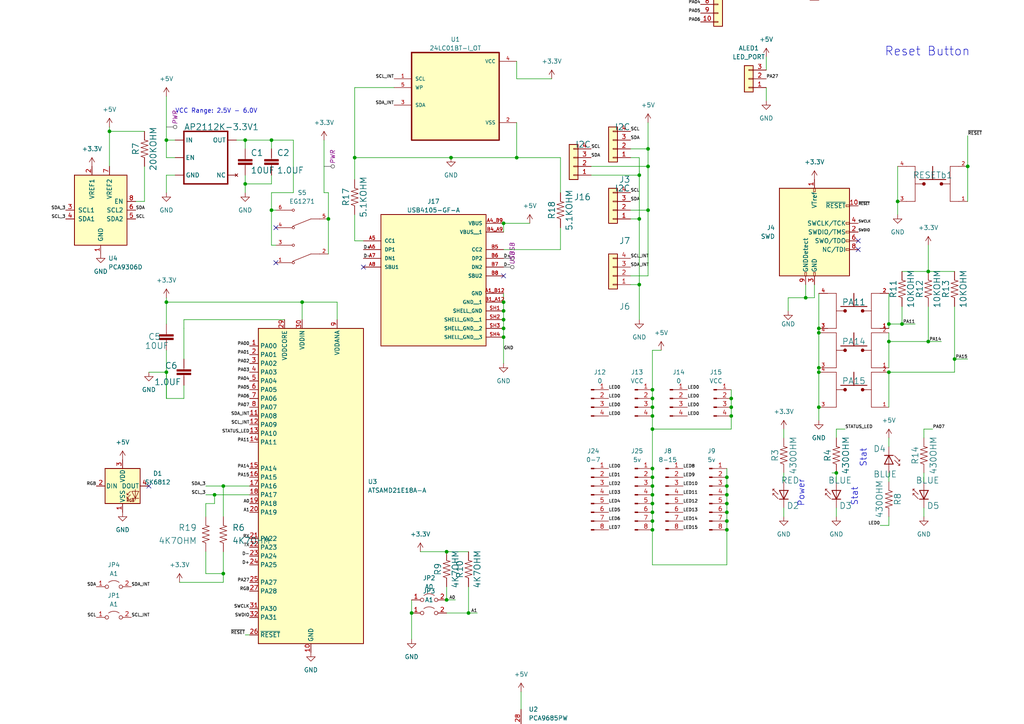
<source format=kicad_sch>
(kicad_sch (version 20230121) (generator eeschema)
  (paper "A4")
  (lib_symbols
    (symbol "24LC01BT-I_OT:24LC01BT-I_OT" (pin_names (offset 1.016))
      (property "Reference" "U" (at -12.7 13.6906 0))
      (property "Value" "24LC01BT-I_OT" (at -12.7 -16.6878 0))
      (symbol "24LC01BT-I_OT_0_0"
        (pin input line (at -17.78 5.08 0) (length 5.08) (name "SCL") (number "1"))
        (pin power_in line (at 17.78 -7.62 180) (length 5.08) (name "VSS") (number "2"))
        (pin bidirectional line (at -17.78 -2.54 0) (length 5.08) (name "SDA") (number "3"))
        (pin power_in line (at 17.78 10.16 180) (length 5.08) (name "VCC") (number "4"))
        (pin input line (at -17.78 2.54 0) (length 5.08) (name "WP") (number "5"))
      )
    )
    (symbol "Connector:Conn_01x04_Pin" (pin_names (offset 1.016) hide)
      (property "Reference" "J" (at 0 5.08 0))
      (property "Value" "Conn_01x04_Pin" (at 0 -7.62 0))
      (symbol "Conn_01x04_Pin_1_1"
        (pin passive line (at 5.08 2.54 180) (length 3.81) (name "Pin_1") (number "1"))
        (pin passive line (at 5.08 0 180) (length 3.81) (name "Pin_2") (number "2"))
        (pin passive line (at 5.08 -2.54 180) (length 3.81) (name "Pin_3") (number "3"))
        (pin passive line (at 5.08 -5.08 180) (length 3.81) (name "Pin_4") (number "4"))
      )
    )
    (symbol "Connector:Conn_01x08_Pin" (pin_names (offset 1.016) hide)
      (property "Reference" "J" (at 0 10.16 0))
      (property "Value" "Conn_01x08_Pin" (at 0 -12.7 0))
      (symbol "Conn_01x08_Pin_1_1"
        (pin passive line (at 5.08 7.62 180) (length 3.81) (name "Pin_1") (number "1"))
        (pin passive line (at 5.08 5.08 180) (length 3.81) (name "Pin_2") (number "2"))
        (pin passive line (at 5.08 2.54 180) (length 3.81) (name "Pin_3") (number "3"))
        (pin passive line (at 5.08 0 180) (length 3.81) (name "Pin_4") (number "4"))
        (pin passive line (at 5.08 -2.54 180) (length 3.81) (name "Pin_5") (number "5"))
        (pin passive line (at 5.08 -5.08 180) (length 3.81) (name "Pin_6") (number "6"))
        (pin passive line (at 5.08 -7.62 180) (length 3.81) (name "Pin_7") (number "7"))
        (pin passive line (at 5.08 -10.16 180) (length 3.81) (name "Pin_8") (number "8"))
      )
    )
    (symbol "Connector:Conn_ARM_JTAG_SWD_10" (pin_names (offset 1.016))
      (property "Reference" "J" (at -2.54 16.51 0))
      (property "Value" "Conn_ARM_JTAG_SWD_10" (at -2.54 13.97 0))
      (symbol "Conn_ARM_JTAG_SWD_10_1_1"
        (pin power_in line (at 0 15.24 270) (length 2.54) (name "VTref") (number "1"))
        (pin open_collector line (at 12.7 7.62 180) (length 2.54) (name "~{RESET}") (number "10"))
        (pin bidirectional line (at 12.7 0 180) (length 2.54) (name "SWDIO/TMS") (number "2"))
        (pin power_in line (at 0 -15.24 90) (length 2.54) (name "GND") (number "3"))
        (pin output line (at 12.7 2.54 180) (length 2.54) (name "SWCLK/TCK") (number "4"))
        (pin passive line (at 0 -15.24 90) (length 2.54) hide (name "GND") (number "5"))
        (pin input line (at 12.7 -2.54 180) (length 2.54) (name "SWO/TDO") (number "6"))
        (pin no_connect line (at -10.16 0 0) (length 2.54) hide (name "KEY") (number "7"))
        (pin output line (at 12.7 -5.08 180) (length 2.54) (name "NC/TDI") (number "8"))
        (pin passive line (at -2.54 -15.24 90) (length 2.54) (name "GNDDetect") (number "9"))
      )
    )
    (symbol "Connector_Generic:Conn_01x03" (pin_names (offset 1.016) hide)
      (property "Reference" "J" (at 0 5.08 0))
      (property "Value" "Conn_01x03" (at 0 -5.08 0))
      (symbol "Conn_01x03_1_1"
        (pin passive line (at -5.08 2.54 0) (length 3.81) (name "Pin_1") (number "1"))
        (pin passive line (at -5.08 0 0) (length 3.81) (name "Pin_2") (number "2"))
        (pin passive line (at -5.08 -2.54 0) (length 3.81) (name "Pin_3") (number "3"))
      )
    )
    (symbol "Connector_Generic:Conn_01x04" (pin_names (offset 1.016) hide)
      (property "Reference" "J" (at 0 5.08 0))
      (property "Value" "Conn_01x04" (at 0 -7.62 0))
      (symbol "Conn_01x04_1_1"
        (pin passive line (at -5.08 2.54 0) (length 3.81) (name "Pin_1") (number "1"))
        (pin passive line (at -5.08 0 0) (length 3.81) (name "Pin_2") (number "2"))
        (pin passive line (at -5.08 -2.54 0) (length 3.81) (name "Pin_3") (number "3"))
        (pin passive line (at -5.08 -5.08 0) (length 3.81) (name "Pin_4") (number "4"))
      )
    )
    (symbol "Connector_Generic:Conn_01x10" (pin_names (offset 1.016) hide)
      (property "Reference" "J" (at 0 12.7 0))
      (property "Value" "Conn_01x10" (at 0 -15.24 0))
      (symbol "Conn_01x10_1_1"
        (pin passive line (at -5.08 10.16 0) (length 3.81) (name "Pin_1") (number "1"))
        (pin passive line (at -5.08 -12.7 0) (length 3.81) (name "Pin_10") (number "10"))
        (pin passive line (at -5.08 7.62 0) (length 3.81) (name "Pin_2") (number "2"))
        (pin passive line (at -5.08 5.08 0) (length 3.81) (name "Pin_3") (number "3"))
        (pin passive line (at -5.08 2.54 0) (length 3.81) (name "Pin_4") (number "4"))
        (pin passive line (at -5.08 0 0) (length 3.81) (name "Pin_5") (number "5"))
        (pin passive line (at -5.08 -2.54 0) (length 3.81) (name "Pin_6") (number "6"))
        (pin passive line (at -5.08 -5.08 0) (length 3.81) (name "Pin_7") (number "7"))
        (pin passive line (at -5.08 -7.62 0) (length 3.81) (name "Pin_8") (number "8"))
        (pin passive line (at -5.08 -10.16 0) (length 3.81) (name "Pin_9") (number "9"))
      )
    )
    (symbol "Driver_LED:PCA9685PW"
      (property "Reference" "U" (at -12.7 22.225 0))
      (property "Value" "PCA9685PW" (at 1.27 22.225 0))
      (symbol "PCA9685PW_1_1"
        (pin input line (at -17.78 -5.08 0) (length 5.08) (name "A0") (number "1"))
        (pin output line (at 17.78 7.62 180) (length 5.08) (name "LED4") (number "10"))
        (pin output line (at 17.78 5.08 180) (length 5.08) (name "LED5") (number "11"))
        (pin output line (at 17.78 2.54 180) (length 5.08) (name "LED6") (number "12"))
        (pin output line (at 17.78 0 180) (length 5.08) (name "LED7") (number "13"))
        (pin power_in line (at 0 -27.94 90) (length 5.08) (name "VSS") (number "14"))
        (pin output line (at 17.78 -2.54 180) (length 5.08) (name "LED8") (number "15"))
        (pin output line (at 17.78 -5.08 180) (length 5.08) (name "LED9") (number "16"))
        (pin output line (at 17.78 -7.62 180) (length 5.08) (name "LED10") (number "17"))
        (pin output line (at 17.78 -10.16 180) (length 5.08) (name "LED11") (number "18"))
        (pin output line (at 17.78 -12.7 180) (length 5.08) (name "LED12") (number "19"))
        (pin input line (at -17.78 -7.62 0) (length 5.08) (name "A1") (number "2"))
        (pin output line (at 17.78 -15.24 180) (length 5.08) (name "LED13") (number "20"))
        (pin output line (at 17.78 -17.78 180) (length 5.08) (name "LED14") (number "21"))
        (pin output line (at 17.78 -20.32 180) (length 5.08) (name "LED15") (number "22"))
        (pin input line (at -17.78 10.16 0) (length 5.08) (name "~{OE}") (number "23"))
        (pin input line (at -17.78 -17.78 0) (length 5.08) (name "A5") (number "24"))
        (pin input line (at -17.78 12.7 0) (length 5.08) (name "EXTCLK") (number "25"))
        (pin input line (at -17.78 17.78 0) (length 5.08) (name "SCL") (number "26"))
        (pin bidirectional line (at -17.78 15.24 0) (length 5.08) (name "SDA") (number "27"))
        (pin power_in line (at 0 25.4 270) (length 5.08) (name "VDD") (number "28"))
        (pin input line (at -17.78 -10.16 0) (length 5.08) (name "A2") (number "3"))
        (pin input line (at -17.78 -12.7 0) (length 5.08) (name "A3") (number "4"))
        (pin input line (at -17.78 -15.24 0) (length 5.08) (name "A4") (number "5"))
        (pin output line (at 17.78 17.78 180) (length 5.08) (name "LED0") (number "6"))
        (pin output line (at 17.78 15.24 180) (length 5.08) (name "LED1") (number "7"))
        (pin output line (at 17.78 12.7 180) (length 5.08) (name "LED2") (number "8"))
        (pin output line (at 17.78 10.16 180) (length 5.08) (name "LED3") (number "9"))
      )
    )
    (symbol "EG1271:EG1271" (pin_names (offset 1.016) hide)
      (property "Reference" "S" (at -2.54 10.16 0))
      (property "Value" "EG1271" (at -2.54 -10.16 0))
      (symbol "EG1271_0_0"
        (pin passive line (at 7.62 7.62 180) (length 2.54) (name "~") (number "1"))
        (pin passive line (at -7.62 5.08 0) (length 2.54) (name "~") (number "2"))
        (pin passive line (at 7.62 2.54 180) (length 2.54) (name "~") (number "3"))
        (pin passive line (at 7.62 -2.54 180) (length 2.54) (name "~") (number "4"))
        (pin passive line (at -7.62 -5.08 0) (length 2.54) (name "~") (number "5"))
        (pin passive line (at 7.62 -7.62 180) (length 2.54) (name "~") (number "6"))
      )
    )
    (symbol "Interface:PCA9306D" (pin_names (offset 1.016))
      (property "Reference" "U" (at -7.62 11.43 0))
      (property "Value" "PCA9306D" (at 3.81 11.43 0))
      (symbol "PCA9306D_1_1"
        (pin power_in line (at 0 -12.7 90) (length 2.54) (name "GND") (number "1"))
        (pin power_in line (at -2.54 12.7 270) (length 2.54) (name "VREF1") (number "2"))
        (pin bidirectional line (at -10.16 0 0) (length 2.54) (name "SCL1") (number "3"))
        (pin bidirectional line (at -10.16 -2.54 0) (length 2.54) (name "SDA1") (number "4"))
        (pin bidirectional line (at 10.16 -2.54 180) (length 2.54) (name "SDA2") (number "5"))
        (pin bidirectional line (at 10.16 0 180) (length 2.54) (name "SCL2") (number "6"))
        (pin power_in line (at 2.54 12.7 270) (length 2.54) (name "VREF2") (number "7"))
        (pin input line (at 10.16 2.54 180) (length 2.54) (name "EN") (number "8"))
      )
    )
    (symbol "Jumper:Jumper_2_Open" (pin_names (offset 0) hide)
      (property "Reference" "JP" (at 0 2.794 0))
      (property "Value" "Jumper_2_Open" (at 0 -2.286 0))
      (symbol "Jumper_2_Open_1_1"
        (pin passive line (at -5.08 0 0) (length 2.54) (name "A") (number "1"))
        (pin passive line (at 5.08 0 180) (length 2.54) (name "B") (number "2"))
      )
    )
    (symbol "LED:LD271" (pin_numbers hide) (pin_names (offset 1.016) hide)
      (property "Reference" "D" (at 0.508 1.778 0))
      (property "Value" "LD271" (at -1.016 -2.794 0))
      (symbol "LD271_1_1"
        (pin passive line (at -5.08 0 0) (length 2.54) (name "K") (number "1"))
        (pin passive line (at 2.54 0 180) (length 2.54) (name "A") (number "2"))
      )
    )
    (symbol "LED:SK6812" (pin_names (offset 0.254))
      (property "Reference" "D" (at 5.08 5.715 0))
      (property "Value" "SK6812" (at 1.27 -5.715 0))
      (symbol "SK6812_0_0"
        (text "RGB" (at 2.286 -4.191 0) (effects (font (size 0.762 0.762))))
      )
      (symbol "SK6812_1_1"
        (pin power_in line (at 0 -7.62 90) (length 2.54) (name "VSS") (number "1"))
        (pin input line (at -7.62 0 0) (length 2.54) (name "DIN") (number "2"))
        (pin power_in line (at 0 7.62 270) (length 2.54) (name "VDD") (number "3"))
        (pin output line (at 7.62 0 180) (length 2.54) (name "DOUT") (number "4"))
      )
    )
    (symbol "MCU_Microchip_SAMD:ATSAMD21E18A-A"
      (property "Reference" "U" (at -13.97 46.99 0))
      (property "Value" "ATSAMD21E18A-A" (at 16.51 46.99 0))
      (symbol "ATSAMD21E18A-A_1_1"
        (pin bidirectional line (at -17.78 40.64 0) (length 2.54) (name "PA00") (number "1"))
        (pin power_in line (at 0 -48.26 90) (length 2.54) (name "GND") (number "10"))
        (pin bidirectional line (at -17.78 20.32 0) (length 2.54) (name "PA08") (number "11"))
        (pin bidirectional line (at -17.78 17.78 0) (length 2.54) (name "PA09") (number "12"))
        (pin bidirectional line (at -17.78 15.24 0) (length 2.54) (name "PA10") (number "13"))
        (pin bidirectional line (at -17.78 12.7 0) (length 2.54) (name "PA11") (number "14"))
        (pin bidirectional line (at -17.78 5.08 0) (length 2.54) (name "PA14") (number "15"))
        (pin bidirectional line (at -17.78 2.54 0) (length 2.54) (name "PA15") (number "16"))
        (pin bidirectional line (at -17.78 0 0) (length 2.54) (name "PA16") (number "17"))
        (pin bidirectional line (at -17.78 -2.54 0) (length 2.54) (name "PA17") (number "18"))
        (pin bidirectional line (at -17.78 -5.08 0) (length 2.54) (name "PA18") (number "19"))
        (pin bidirectional line (at -17.78 38.1 0) (length 2.54) (name "PA01") (number "2"))
        (pin bidirectional line (at -17.78 -7.62 0) (length 2.54) (name "PA19") (number "20"))
        (pin bidirectional line (at -17.78 -15.24 0) (length 2.54) (name "PA22") (number "21"))
        (pin bidirectional line (at -17.78 -17.78 0) (length 2.54) (name "PA23") (number "22"))
        (pin bidirectional line (at -17.78 -20.32 0) (length 2.54) (name "PA24") (number "23"))
        (pin bidirectional line (at -17.78 -22.86 0) (length 2.54) (name "PA25") (number "24"))
        (pin bidirectional line (at -17.78 -27.94 0) (length 2.54) (name "PA27") (number "25"))
        (pin input line (at -17.78 -43.18 0) (length 2.54) (name "~{RESET}") (number "26"))
        (pin bidirectional line (at -17.78 -30.48 0) (length 2.54) (name "PA28") (number "27"))
        (pin passive line (at 0 -48.26 90) (length 2.54) hide (name "GND") (number "28"))
        (pin power_out line (at -7.62 48.26 270) (length 2.54) (name "VDDCORE") (number "29"))
        (pin bidirectional line (at -17.78 35.56 0) (length 2.54) (name "PA02") (number "3"))
        (pin power_in line (at -2.54 48.26 270) (length 2.54) (name "VDDIN") (number "30"))
        (pin bidirectional line (at -17.78 -35.56 0) (length 2.54) (name "PA30") (number "31"))
        (pin bidirectional line (at -17.78 -38.1 0) (length 2.54) (name "PA31") (number "32"))
        (pin bidirectional line (at -17.78 33.02 0) (length 2.54) (name "PA03") (number "4"))
        (pin bidirectional line (at -17.78 30.48 0) (length 2.54) (name "PA04") (number "5"))
        (pin bidirectional line (at -17.78 27.94 0) (length 2.54) (name "PA05") (number "6"))
        (pin bidirectional line (at -17.78 25.4 0) (length 2.54) (name "PA06") (number "7"))
        (pin bidirectional line (at -17.78 22.86 0) (length 2.54) (name "PA07") (number "8"))
        (pin power_in line (at 7.62 48.26 270) (length 2.54) (name "VDDANA") (number "9"))
      )
    )
    (symbol "SparkFun_Qwiic_Micro_SAMD21E-eagle-import:1.0UF-0402-16V-10%"
      (property "Reference" "C" (at 1.524 2.921 0))
      (symbol "1.0UF-0402-16V-10%_1_0"
        (pin passive line (at 0 5.08 270) (length 2.54) (name "1") (number "1"))
        (pin passive line (at 0 -2.54 90) (length 2.54) (name "2") (number "2"))
      )
    )
    (symbol "SparkFun_Qwiic_Micro_SAMD21E-eagle-import:10KOHM-0402-1/16W-1%"
      (property "Reference" "R" (at 0 1.524 0))
      (symbol "10KOHM-0402-1/16W-1%_1_0"
        (pin passive line (at -5.08 0 0) (length 2.54) (name "1") (number "1"))
        (pin passive line (at 5.08 0 180) (length 2.54) (name "2") (number "2"))
      )
    )
    (symbol "SparkFun_Qwiic_Micro_SAMD21E-eagle-import:10UF-0603-6.3V-20%"
      (property "Reference" "C" (at 1.524 2.921 0))
      (symbol "10UF-0603-6.3V-20%_1_0"
        (pin passive line (at 0 5.08 270) (length 2.54) (name "1") (number "1"))
        (pin passive line (at 0 -2.54 90) (length 2.54) (name "2") (number "2"))
      )
    )
    (symbol "SparkFun_Qwiic_Micro_SAMD21E-eagle-import:1KOHM-0402-1/16W-1%"
      (property "Reference" "R" (at 0 1.524 0))
      (symbol "1KOHM-0402-1/16W-1%_1_0"
        (pin passive line (at -5.08 0 0) (length 2.54) (name "1") (number "1"))
        (pin passive line (at 5.08 0 180) (length 2.54) (name "2") (number "2"))
      )
    )
    (symbol "SparkFun_Qwiic_Micro_SAMD21E-eagle-import:V_REG_AP2112K-3.3V"
      (property "Reference" "U" (at -7.62 7.874 0))
      (symbol "V_REG_AP2112K-3.3V_1_0"
        (pin input line (at -10.16 5.08 0) (length 2.54) (name "IN") (number "1"))
        (pin input line (at -10.16 -5.08 0) (length 2.54) (name "GND") (number "2"))
        (pin input line (at -10.16 0 0) (length 2.54) (name "EN") (number "3"))
        (pin no_connect line (at 7.62 -5.08 180) (length 2.54) (name "NC") (number "4"))
        (pin passive line (at 7.62 5.08 180) (length 2.54) (name "OUT") (number "5"))
      )
    )
    (symbol "TL3305AF160QG:TL3305AF160QG" (pin_names (offset 1.016) hide)
      (property "Reference" "S" (at -5.08 8.89 0))
      (property "Value" "TL3305AF160QG" (at -5.08 -7.62 0))
      (symbol "TL3305AF160QG_0_0"
        (pin passive line (at 10.16 -5.08 180) (length 2.54) (name "~") (number "1"))
        (pin passive line (at 10.16 5.08 180) (length 2.54) (name "~") (number "2"))
        (pin passive line (at -10.16 -5.08 0) (length 2.54) (name "~") (number "3"))
        (pin passive line (at -10.16 5.08 0) (length 2.54) (name "~") (number "4"))
      )
    )
    (symbol "USB4105-GF-A:USB4105-GF-A" (pin_names (offset 1.016))
      (property "Reference" "J" (at -15.24 13.97 0))
      (property "Value" "USB4105-GF-A" (at -15.24 -27.94 0))
      (symbol "USB4105-GF-A_0_0"
        (pin power_in line (at 20.32 -10.16 180) (length 5.08) (name "GND") (number "A1_B12"))
        (pin power_in line (at 20.32 10.16 180) (length 5.08) (name "VBUS") (number "A4_B9"))
        (pin bidirectional line (at -20.32 5.08 0) (length 5.08) (name "CC1") (number "A5"))
        (pin bidirectional line (at -20.32 2.54 0) (length 5.08) (name "DP1") (number "A6"))
        (pin bidirectional line (at -20.32 0 0) (length 5.08) (name "DN1") (number "A7"))
        (pin bidirectional line (at -20.32 -2.54 0) (length 5.08) (name "SBU1") (number "A8"))
        (pin power_in line (at 20.32 -12.7 180) (length 5.08) (name "GND__1") (number "B1_A12"))
        (pin power_in line (at 20.32 7.62 180) (length 5.08) (name "VBUS__1") (number "B4_A9"))
        (pin bidirectional line (at 20.32 2.54 180) (length 5.08) (name "CC2") (number "B5"))
        (pin bidirectional line (at 20.32 0 180) (length 5.08) (name "DP2") (number "B6"))
        (pin bidirectional line (at 20.32 -2.54 180) (length 5.08) (name "DN2") (number "B7"))
        (pin bidirectional line (at 20.32 -5.08 180) (length 5.08) (name "SBU2") (number "B8"))
        (pin power_in line (at 20.32 -15.24 180) (length 5.08) (name "SHELL_GND") (number "SH1"))
        (pin power_in line (at 20.32 -17.78 180) (length 5.08) (name "SHELL_GND__1") (number "SH2"))
        (pin power_in line (at 20.32 -20.32 180) (length 5.08) (name "SHELL_GND__2") (number "SH3"))
        (pin power_in line (at 20.32 -22.86 180) (length 5.08) (name "SHELL_GND__3") (number "SH4"))
      )
    )
    (symbol "power:+3.3V" (power) (pin_names (offset 0))
      (property "Value" "+3.3V" (at 0 3.556 0))
      (symbol "+3.3V_1_1"
        (pin power_in line (at 0 0 90) (length 0) hide (name "+3.3V") (number "1"))
      )
    )
    (symbol "power:+5V" (power) (pin_names (offset 0))
      (property "Value" "+5V" (at 0 3.556 0))
      (symbol "+5V_1_1"
        (pin power_in line (at 0 0 90) (length 0) hide (name "+5V") (number "1"))
      )
    )
    (symbol "power:GND" (power) (pin_names (offset 0))
      (property "Value" "GND" (at 0 -3.81 0))
      (symbol "GND_1_1"
        (pin power_in line (at 0 0 270) (length 0) hide (name "GND") (number "1"))
      )
    )
  )
  (junction (at 135.89 177.8))
  (junction (at 146.05 87.63))
  (junction (at 151.13 259.08))
  (junction (at 189.23 124.46))
  (junction (at 185.42 82.55))
  (junction (at 146.05 64.77))
  (junction (at 133.35 238.76))
  (junction (at 133.35 241.3))
  (junction (at 133.35 220.98))
  (junction (at 257.81 93.98))
  (junction (at 237.49 107.95))
  (junction (at 189.23 118.11))
  (junction (at 146.05 92.71))
  (junction (at 146.05 90.17))
  (junction (at 78.74 40.64))
  (junction (at 210.82 151.13))
  (junction (at 146.05 95.25))
  (junction (at 237.49 118.11))
  (junction (at 102.87 45.72))
  (junction (at 212.09 118.11))
  (junction (at 133.35 236.22))
  (junction (at 257.81 99.06))
  (junction (at 133.35 246.38))
  (junction (at 48.26 87.63))
  (junction (at 189.23 113.03))
  (junction (at 187.96 43.18))
  (junction (at 261.62 93.98))
  (junction (at 210.82 143.51))
  (junction (at 189.23 143.51))
  (junction (at 260.35 58.42))
  (junction (at 71.12 40.64))
  (junction (at 242.57 137.16))
  (junction (at 129.54 173.99))
  (junction (at 189.23 146.05))
  (junction (at 62.23 143.51))
  (junction (at 64.77 140.97))
  (junction (at 210.82 146.05))
  (junction (at 185.42 50.8))
  (junction (at 189.23 115.57))
  (junction (at 95.25 63.5))
  (junction (at 48.26 107.95))
  (junction (at 121.92 240.03))
  (junction (at 237.49 96.52))
  (junction (at 210.82 140.97))
  (junction (at 210.82 138.43))
  (junction (at 48.26 40.64))
  (junction (at 189.23 140.97))
  (junction (at 71.12 53.34))
  (junction (at 87.63 87.63))
  (junction (at 233.68 86.36))
  (junction (at 257.81 107.95))
  (junction (at 189.23 148.59))
  (junction (at 187.96 48.26))
  (junction (at 31.75 38.1))
  (junction (at 130.81 45.72))
  (junction (at 237.49 106.68))
  (junction (at 146.05 97.79))
  (junction (at 129.54 160.02))
  (junction (at 189.23 135.89))
  (junction (at 212.09 120.65))
  (junction (at 189.23 153.67))
  (junction (at 185.42 63.5))
  (junction (at 269.24 99.06))
  (junction (at 210.82 153.67))
  (junction (at 210.82 148.59))
  (junction (at 78.74 60.96))
  (junction (at 133.35 243.84))
  (junction (at 237.49 95.25))
  (junction (at 64.77 166.37))
  (junction (at 276.86 104.14))
  (junction (at 189.23 120.65))
  (junction (at 149.86 45.72))
  (junction (at 189.23 138.43))
  (junction (at 187.96 60.96))
  (junction (at 212.09 115.57))
  (junction (at 119.38 177.8))
  (junction (at 133.35 248.92))
  (junction (at 280.67 48.26))
  (junction (at 269.24 78.74))
  (junction (at 189.23 151.13))
  (no_connect (at 80.01 76.2))
  (no_connect (at 248.92 72.39))
  (no_connect (at 80.01 66.04))
  (no_connect (at 43.18 140.97))
  (no_connect (at 105.41 77.47))
  (no_connect (at 248.92 69.85))
  (no_connect (at 146.05 80.01))
  (wire (pts (xy 189.23 120.65) (xy 189.23 124.46)))
  (wire (pts (xy 149.86 35.56) (xy 149.86 45.72)))
  (wire (pts (xy 50.8 45.72) (xy 48.26 45.72)) (stroke (width 0.1524)))
  (wire (pts (xy 95.25 55.88) (xy 95.25 63.5)))
  (wire (pts (xy 62.23 143.51) (xy 72.39 143.51)))
  (wire (pts (xy 64.77 140.97) (xy 72.39 140.97)))
  (wire (pts (xy 182.88 60.96) (xy 187.96 60.96)) (stroke (width 0.1524)))
  (wire (pts (xy 212.09 118.11) (xy 212.09 120.65)))
  (wire (pts (xy 267.97 124.46) (xy 270.51 124.46)) (stroke (width 0.1524)))
  (wire (pts (xy 187.96 60.96) (xy 187.96 48.26)) (stroke (width 0.1524)))
  (wire (pts (xy 109.22 242.57) (xy 121.92 242.57)))
  (wire (pts (xy 59.69 143.51) (xy 62.23 143.51)))
  (wire (pts (xy 210.82 146.05) (xy 210.82 148.59)))
  (wire (pts (xy 257.81 129.54) (xy 257.81 127)) (stroke (width 0.1524)))
  (wire (pts (xy 78.74 60.96) (xy 80.01 60.96)))
  (wire (pts (xy 227.33 137.16) (xy 227.33 139.7)) (stroke (width 0.1524)))
  (wire (pts (xy 50.8 50.8) (xy 48.26 50.8)) (stroke (width 0.1524)))
  (wire (pts (xy 102.87 52.07) (xy 102.87 45.72)))
  (wire (pts (xy 129.54 170.18) (xy 129.54 173.99)))
  (wire (pts (xy 217.17 -11.43) (xy 217.17 -6.35)))
  (wire (pts (xy 68.58 40.64) (xy 71.12 40.64)) (stroke (width 0.1524)))
  (wire (pts (xy 242.57 127) (xy 242.57 124.46)) (stroke (width 0.1524)))
  (wire (pts (xy 233.68 82.55) (xy 233.68 86.36)))
  (wire (pts (xy 64.77 168.91) (xy 64.77 166.37)))
  (wire (pts (xy 102.87 69.85) (xy 105.41 69.85)))
  (wire (pts (xy 82.55 92.71) (xy 53.34 92.71)))
  (wire (pts (xy 269.24 78.74) (xy 276.86 78.74)))
  (wire (pts (xy 146.05 85.09) (xy 146.05 87.63)))
  (wire (pts (xy 185.42 50.8) (xy 185.42 63.5)) (stroke (width 0.1524)))
  (wire (pts (xy 227.33 147.32) (xy 227.33 149.86)) (stroke (width 0.1524)))
  (wire (pts (xy 62.23 146.05) (xy 62.23 143.51)))
  (wire (pts (xy 78.74 55.88) (xy 78.74 60.96)) (stroke (width 0.1524)))
  (wire (pts (xy 146.05 64.77) (xy 153.67 64.77)))
  (wire (pts (xy 59.69 160.02) (xy 59.69 166.37)))
  (wire (pts (xy 257.81 85.09) (xy 257.81 93.98)))
  (wire (pts (xy 53.34 115.57) (xy 48.26 115.57)) (stroke (width 0.1524)))
  (wire (pts (xy 41.91 48.26) (xy 41.91 58.42)))
  (wire (pts (xy 233.68 86.36) (xy 236.22 86.36)))
  (wire (pts (xy 78.74 40.64) (xy 85.09 40.64)) (stroke (width 0.1524)))
  (wire (pts (xy 133.35 215.9) (xy 121.92 215.9)))
  (wire (pts (xy 210.82 153.67) (xy 210.82 163.83)))
  (wire (pts (xy 102.87 25.4) (xy 102.87 45.72)))
  (wire (pts (xy 189.23 115.57) (xy 189.23 118.11)))
  (wire (pts (xy 162.56 45.72) (xy 162.56 55.88)))
  (wire (pts (xy 210.82 151.13) (xy 210.82 153.67)))
  (wire (pts (xy 93.98 40.64) (xy 93.98 55.88)))
  (wire (pts (xy 212.09 113.03) (xy 212.09 115.57)))
  (wire (pts (xy 171.45 48.26) (xy 187.96 48.26)))
  (wire (pts (xy 187.96 80.01) (xy 187.96 60.96)))
  (wire (pts (xy 135.89 177.8) (xy 129.54 177.8)))
  (wire (pts (xy 182.88 43.18) (xy 187.96 43.18)) (stroke (width 0.1524)))
  (wire (pts (xy 102.87 45.72) (xy 130.81 45.72)))
  (wire (pts (xy 257.81 137.16) (xy 257.81 139.7)) (stroke (width 0.1524)))
  (wire (pts (xy 151.13 200.66) (xy 151.13 205.74)))
  (wire (pts (xy 182.88 63.5) (xy 185.42 63.5)) (stroke (width 0.1524)))
  (wire (pts (xy 116.84 233.68) (xy 116.84 240.03)))
  (wire (pts (xy 133.35 236.22) (xy 133.35 238.76)))
  (wire (pts (xy 80.01 71.12) (xy 78.74 71.12)))
  (wire (pts (xy 222.25 25.4) (xy 222.25 29.21)))
  (wire (pts (xy 189.23 118.11) (xy 189.23 120.65)))
  (wire (pts (xy 210.82 143.51) (xy 210.82 146.05)))
  (wire (pts (xy 133.35 241.3) (xy 133.35 243.84)))
  (wire (pts (xy 78.74 71.12) (xy 78.74 60.96)))
  (wire (pts (xy 260.35 58.42) (xy 260.35 62.23)) (stroke (width 0.1524)))
  (wire (pts (xy 257.81 107.95) (xy 257.81 118.11)))
  (wire (pts (xy 196.85 -13.97) (xy 203.2 -13.97)))
  (wire (pts (xy 133.35 238.76) (xy 133.35 241.3)))
  (wire (pts (xy 48.26 107.95) (xy 48.26 115.57)))
  (wire (pts (xy 257.81 152.4) (xy 255.27 152.4)) (stroke (width 0.1524)))
  (wire (pts (xy 133.35 213.36) (xy 116.84 213.36)))
  (wire (pts (xy 210.82 135.89) (xy 210.82 138.43)))
  (wire (pts (xy 242.57 147.32) (xy 242.57 149.86)) (stroke (width 0.1524)))
  (wire (pts (xy 280.67 39.37) (xy 280.67 48.26)) (stroke (width 0.1524)))
  (wire (pts (xy 185.42 63.5) (xy 185.42 82.55)) (stroke (width 0.1524)))
  (wire (pts (xy 182.88 45.72) (xy 185.42 45.72)) (stroke (width 0.1524)))
  (wire (pts (xy 146.05 90.17) (xy 146.05 92.71)))
  (wire (pts (xy 185.42 50.8) (xy 185.42 49.53)))
  (wire (pts (xy 267.97 139.7) (xy 267.97 137.16)) (stroke (width 0.1524)))
  (wire (pts (xy 200.66 -30.48) (xy 200.66 -16.51)))
  (wire (pts (xy 257.81 149.86) (xy 257.81 152.4)) (stroke (width 0.1524)))
  (wire (pts (xy 102.87 62.23) (xy 102.87 69.85)))
  (wire (pts (xy 189.23 138.43) (xy 189.23 140.97)))
  (wire (pts (xy 185.42 45.72) (xy 185.42 50.8)) (stroke (width 0.1524)))
  (wire (pts (xy 280.67 48.26) (xy 280.67 58.42)) (stroke (width 0.1524)))
  (wire (pts (xy 121.92 160.02) (xy 129.54 160.02)))
  (wire (pts (xy 182.88 80.01) (xy 187.96 80.01)))
  (wire (pts (xy 59.69 140.97) (xy 64.77 140.97)))
  (wire (pts (xy 146.05 87.63) (xy 146.05 90.17)))
  (wire (pts (xy 210.82 138.43) (xy 210.82 140.97)))
  (wire (pts (xy 189.23 143.51) (xy 189.23 146.05)))
  (wire (pts (xy 242.57 124.46) (xy 245.11 124.46)) (stroke (width 0.1524)))
  (wire (pts (xy 237.49 107.95) (xy 237.49 118.11)))
  (wire (pts (xy 237.49 106.68) (xy 237.49 107.95)))
  (wire (pts (xy 237.49 85.09) (xy 237.49 95.25)))
  (wire (pts (xy 146.05 92.71) (xy 146.05 95.25)))
  (wire (pts (xy 31.75 38.1) (xy 31.75 48.26)))
  (wire (pts (xy 196.85 -13.97) (xy 196.85 -16.51)))
  (wire (pts (xy 119.38 173.99) (xy 119.38 177.8)))
  (wire (pts (xy 78.74 53.34) (xy 71.12 53.34)) (stroke (width 0.1524)))
  (wire (pts (xy 59.69 149.86) (xy 59.69 146.05)))
  (wire (pts (xy 133.35 256.54) (xy 151.13 256.54)))
  (wire (pts (xy 189.23 163.83) (xy 210.82 163.83)))
  (wire (pts (xy 191.77 -11.43) (xy 203.2 -11.43)))
  (wire (pts (xy 48.26 86.36) (xy 48.26 87.63)) (stroke (width 0.1524)))
  (wire (pts (xy 121.92 242.57) (xy 121.92 240.03)))
  (wire (pts (xy 189.23 113.03) (xy 189.23 115.57)))
  (wire (pts (xy 72.39 184.15) (xy 71.12 184.15)))
  (wire (pts (xy 146.05 64.77) (xy 146.05 67.31)))
  (wire (pts (xy 50.8 40.64) (xy 48.26 40.64)) (stroke (width 0.1524)))
  (wire (pts (xy 189.23 140.97) (xy 189.23 143.51)))
  (wire (pts (xy 236.22 82.55) (xy 236.22 86.36)))
  (wire (pts (xy 191.77 101.6) (xy 189.23 101.6)))
  (wire (pts (xy 185.42 82.55) (xy 185.42 92.71)) (stroke (width 0.1524)))
  (wire (pts (xy 71.12 53.34) (xy 71.12 55.88)) (stroke (width 0.1524)))
  (wire (pts (xy 53.34 111.76) (xy 53.34 115.57)) (stroke (width 0.1524)))
  (wire (pts (xy 64.77 160.02) (xy 64.77 166.37)))
  (wire (pts (xy 189.23 148.59) (xy 189.23 151.13)))
  (wire (pts (xy 217.17 -6.35) (xy 231.14 -6.35)))
  (wire (pts (xy 237.49 95.25) (xy 237.49 96.52)))
  (wire (pts (xy 228.6 86.36) (xy 228.6 90.17)))
  (wire (pts (xy 119.38 177.8) (xy 119.38 185.42)))
  (wire (pts (xy 189.23 101.6) (xy 189.23 113.03)))
  (wire (pts (xy 48.26 45.72) (xy 48.26 40.64)) (stroke (width 0.1524)))
  (wire (pts (xy 257.81 96.52) (xy 257.81 99.06)))
  (wire (pts (xy 257.81 99.06) (xy 257.81 106.68)))
  (wire (pts (xy 189.23 135.89) (xy 189.23 138.43)))
  (wire (pts (xy 242.57 139.7) (xy 242.57 137.16)) (stroke (width 0.1524)))
  (wire (pts (xy 78.74 50.8) (xy 78.74 53.34)) (stroke (width 0.1524)))
  (wire (pts (xy 48.26 107.95) (xy 48.26 115.57)) (stroke (width 0.1524)))
  (wire (pts (xy 189.23 124.46) (xy 189.23 135.89)))
  (wire (pts (xy 31.75 38.1) (xy 41.91 38.1)))
  (wire (pts (xy 48.26 107.95) (xy 48.26 101.6)) (stroke (width 0.1524)))
  (wire (pts (xy 261.62 88.9) (xy 261.62 93.98)))
  (wire (pts (xy 129.54 160.02) (xy 135.89 160.02)))
  (wire (pts (xy 269.24 71.12) (xy 269.24 78.74)))
  (wire (pts (xy 121.92 233.68) (xy 121.92 240.03)))
  (wire (pts (xy 212.09 124.46) (xy 189.23 124.46)))
  (wire (pts (xy 204.47 -30.48) (xy 200.66 -30.48)))
  (wire (pts (xy 52.07 168.91) (xy 64.77 168.91)))
  (wire (pts (xy 212.09 120.65) (xy 212.09 124.46)))
  (wire (pts (xy 146.05 72.39) (xy 162.56 72.39)))
  (wire (pts (xy 135.89 170.18) (xy 135.89 177.8)))
  (wire (pts (xy 257.81 93.98) (xy 261.62 93.98)))
  (wire (pts (xy 242.57 137.16) (xy 241.3 137.16)) (stroke (width 0.1524)))
  (wire (pts (xy 48.26 50.8) (xy 48.26 55.88)) (stroke (width 0.1524)))
  (wire (pts (xy 130.81 45.72) (xy 149.86 45.72)))
  (wire (pts (xy 85.09 55.88) (xy 78.74 55.88)) (stroke (width 0.1524)))
  (wire (pts (xy 133.35 248.92) (xy 133.35 256.54)))
  (wire (pts (xy 129.54 173.99) (xy 132.08 173.99)))
  (wire (pts (xy 231.14 -15.24) (xy 231.14 -8.89)))
  (wire (pts (xy 85.09 40.64) (xy 85.09 55.88)) (stroke (width 0.1524)))
  (wire (pts (xy 267.97 147.32) (xy 267.97 149.86)) (stroke (width 0.1524)))
  (wire (pts (xy 133.35 246.38) (xy 133.35 248.92)))
  (wire (pts (xy 276.86 107.95) (xy 257.81 107.95)))
  (wire (pts (xy 261.62 78.74) (xy 269.24 78.74)))
  (wire (pts (xy 276.86 104.14) (xy 280.67 104.14)))
  (wire (pts (xy 135.89 177.8) (xy 138.43 177.8)))
  (wire (pts (xy 78.74 40.64) (xy 78.74 43.18)) (stroke (width 0.1524)))
  (wire (pts (xy 210.82 140.97) (xy 210.82 143.51)))
  (wire (pts (xy 133.35 218.44) (xy 133.35 220.98)))
  (wire (pts (xy 257.81 99.06) (xy 269.24 99.06)))
  (wire (pts (xy 133.35 220.98) (xy 133.35 236.22)))
  (wire (pts (xy 95.25 63.5) (xy 95.25 73.66)))
  (wire (pts (xy 151.13 256.54) (xy 151.13 259.08)))
  (wire (pts (xy 59.69 146.05) (xy 62.23 146.05)))
  (wire (pts (xy 53.34 95.25) (xy 53.34 104.14)) (stroke (width 0.1524)))
  (wire (pts (xy 210.82 148.59) (xy 210.82 151.13)))
  (wire (pts (xy 267.97 127) (xy 267.97 124.46)) (stroke (width 0.1524)))
  (wire (pts (xy 149.86 22.86) (xy 160.02 22.86)))
  (wire (pts (xy 146.05 97.79) (xy 146.05 105.41)))
  (wire (pts (xy 189.23 153.67) (xy 189.23 163.83)))
  (wire (pts (xy 228.6 86.36) (xy 233.68 86.36)))
  (wire (pts (xy 48.26 87.63) (xy 87.63 87.63)))
  (wire (pts (xy 41.91 58.42) (xy 39.37 58.42)))
  (wire (pts (xy 87.63 87.63) (xy 87.63 92.71)))
  (wire (pts (xy 204.47 -30.48) (xy 204.47 -26.67)))
  (wire (pts (xy 191.77 -11.43) (xy 191.77 -13.97)))
  (wire (pts (xy 93.98 55.88) (xy 95.25 55.88)))
  (wire (pts (xy 114.3 25.4) (xy 102.87 25.4)))
  (wire (pts (xy 189.23 151.13) (xy 189.23 153.67)))
  (wire (pts (xy 276.86 104.14) (xy 276.86 88.9)))
  (wire (pts (xy 187.96 43.18) (xy 187.96 35.56)) (stroke (width 0.1524)))
  (wire (pts (xy 276.86 104.14) (xy 276.86 107.95)))
  (wire (pts (xy 71.12 40.64) (xy 78.74 40.64)) (stroke (width 0.1524)))
  (wire (pts (xy 31.75 36.83) (xy 31.75 38.1)))
  (wire (pts (xy 269.24 88.9) (xy 269.24 99.06)))
  (wire (pts (xy 269.24 99.06) (xy 273.05 99.06)))
  (wire (pts (xy 43.18 107.95) (xy 48.26 107.95)))
  (wire (pts (xy 53.34 92.71) (xy 53.34 95.25)))
  (wire (pts (xy 171.45 50.8) (xy 185.42 50.8)))
  (wire (pts (xy 227.33 124.46) (xy 227.33 127)) (stroke (width 0.1524)))
  (wire (pts (xy 133.35 243.84) (xy 133.35 246.38)))
  (wire (pts (xy 48.26 87.63) (xy 48.26 93.98)) (stroke (width 0.1524)))
  (wire (pts (xy 182.88 82.55) (xy 185.42 82.55)))
  (wire (pts (xy 237.49 118.11) (xy 237.49 121.92)))
  (wire (pts (xy 48.26 40.64) (xy 48.26 27.94)) (stroke (width 0.1524)))
  (wire (pts (xy 97.79 87.63) (xy 97.79 92.71)))
  (wire (pts (xy 162.56 72.39) (xy 162.56 66.04)))
  (wire (pts (xy 71.12 50.8) (xy 71.12 53.34)) (stroke (width 0.1524)))
  (wire (pts (xy 189.23 146.05) (xy 189.23 148.59)))
  (wire (pts (xy 116.84 213.36) (xy 116.84 223.52)))
  (wire (pts (xy 237.49 96.52) (xy 237.49 106.68)))
  (wire (pts (xy 121.92 215.9) (xy 121.92 223.52)))
  (wire (pts (xy 257.81 93.98) (xy 257.81 95.25)))
  (wire (pts (xy 200.66 -16.51) (xy 203.2 -16.51)))
  (wire (pts (xy 149.86 17.78) (xy 149.86 22.86)))
  (wire (pts (xy 187.96 48.26) (xy 187.96 43.18)) (stroke (width 0.1524)))
  (wire (pts (xy 260.35 48.26) (xy 260.35 58.42)) (stroke (width 0.1524)))
  (wire (pts (xy 212.09 115.57) (xy 212.09 118.11)))
  (wire (pts (xy 64.77 140.97) (xy 64.77 149.86)))
  (wire (pts (xy 261.62 93.98) (xy 265.43 93.98)))
  (wire (pts (xy 71.12 43.18) (xy 71.12 40.64)) (stroke (width 0.1524)))
  (wire (pts (xy 149.86 45.72) (xy 162.56 45.72)))
  (wire (pts (xy 146.05 95.25) (xy 146.05 97.79)))
  (wire (pts (xy 222.25 16.51) (xy 222.25 20.32)))
  (wire (pts (xy 226.06 -15.24) (xy 231.14 -15.24)))
  (wire (pts (xy 116.84 240.03) (xy 121.92 240.03)))
  (wire (pts (xy 87.63 87.63) (xy 97.79 87.63)))
  (wire (pts (xy 59.69 166.37) (xy 64.77 166.37)))
  (text "Power" (at 233.426 147.066 90) (effects (font (size 1.778 1.778)) (justify left bottom)))
  (text "Stat" (at 251.46 130.048 90) (effects (font (size 1.778 1.778)) (justify right bottom)))
  (text "Stat" (at 248.92 146.812 90) (effects (font (size 1.778 1.778)) (justify left bottom)))
  (text "Reset Button" (at 256.54 16.51 0) (effects (font (size 2.54 2.54)) (justify left bottom)))
  (text "VCC Range: 2.5V - 6.0V" (at 50.8 33.02 0) (effects (font (size 1.27 1.27)) (justify left bottom)))
  (label "LED11" (at 168.91 241.3 0) (effects (font (size 0.889 0.889))))
  (label "SWCLK" (at 248.92 64.77 0) (effects (font (size 0.7112 0.7112))))
  (label "SCL_INT" (at 133.35 213.36 180) (effects (font (size 0.889 0.889))))
  (label "LED12" (at 168.91 243.84 0) (effects (font (size 0.889 0.889))))
  (label "A1" (at 72.39 148.59 180) (effects (font (size 0.889 0.889))))
  (label "LED6" (at 168.91 228.6 0) (effects (font (size 0.889 0.889))))
  (label "LED2" (at 168.91 218.44 0) (effects (font (size 0.889 0.889))))
  (label "PA06" (at 72.39 115.57 180) (effects (font (size 0.889 0.889))))
  (label "LED8" (at 198.12 135.89 0) (effects (font (size 0.889 0.889))))
  (label "RX" (at 231.14 -3.81 180) (effects (font (size 0.889 0.889))))
  (label "SDA_INT" (at 182.88 77.47 0) (effects (font (size 0.889 0.889))))
  (label "~{RESET}" (at 71.12 184.15 180) (effects (font (size 0.889 0.889))))
  (label "PA04" (at 72.39 110.49 180) (effects (font (size 0.889 0.889))))
  (label "~{RESET}" (at 248.92 59.69 0) (effects (font (size 0.7112 0.7112))))
  (label "LED0" (at 255.27 152.4 180) (effects (font (size 0.889 0.889))))
  (label "GND" (at 146.05 101.6 0) (effects (font (size 0.889 0.889))))
  (label "D+" (at 105.41 72.39 0) (effects (font (size 0.889 0.889))))
  (label "SDA_INT" (at 114.3 30.48 180) (effects (font (size 0.889 0.889))))
  (label "SCL" (at 39.37 63.5 0) (effects (font (size 0.889 0.889))))
  (label "LED10" (at 198.12 140.97 0) (effects (font (size 0.889 0.889))))
  (label "A0" (at 132.08 173.99 180) (effects (font (size 0.889 0.889))))
  (label "PA05" (at 203.2 3.81 180) (effects (font (size 0.889 0.889))))
  (label "PA27" (at 222.25 22.86 0) (effects (font (size 0.889 0.889))))
  (label "SDA" (at 171.45 45.72 0) (effects (font (size 0.889 0.889))))
  (label "RGB" (at 72.39 171.45 180) (effects (font (size 0.889 0.889))))
  (label "PA11" (at 265.43 93.98 180) (effects (font (size 0.889 0.889))))
  (label "PA27" (at 72.39 168.91 180) (effects (font (size 0.889 0.889))))
  (label "LED2" (at 176.53 140.97 0) (effects (font (size 0.889 0.889))))
  (label "LED13" (at 168.91 246.38 0) (effects (font (size 0.889 0.889))))
  (label "SCL_INT" (at 72.39 123.19 180) (effects (font (size 0.889 0.889))))
  (label "LED0" (at 168.91 213.36 0) (effects (font (size 0.889 0.889))))
  (label "LED3" (at 168.91 220.98 0) (effects (font (size 0.889 0.889))))
  (label "LED0" (at 176.53 118.11 0) (effects (font (size 0.889 0.889))))
  (label "SCL" (at 171.45 43.18 0) (effects (font (size 0.889 0.889))))
  (label "PA03" (at 203.2 -1.27 180) (effects (font (size 0.889 0.889))))
  (label "A1" (at 138.43 177.8 180) (effects (font (size 0.889 0.889))))
  (label "SDA" (at 39.37 60.96 0) (effects (font (size 0.889 0.889))))
  (label "LED0" (at 176.53 115.57 0) (effects (font (size 0.889 0.889))))
  (label "SCL_INT" (at 182.88 74.93 0) (effects (font (size 0.889 0.889))))
  (label "TX" (at 231.14 -1.27 180) (effects (font (size 0.889 0.889))))
  (label "LED11" (at 198.12 143.51 0) (effects (font (size 0.889 0.889))))
  (label "LED6" (at 176.53 151.13 0) (effects (font (size 0.889 0.889))))
  (label "SDA" (at 182.88 58.42 0) (effects (font (size 0.889 0.889))))
  (label "D+" (at 72.39 163.83 180) (effects (font (size 0.889 0.889))))
  (label "SDA_INT" (at 72.39 120.65 180) (effects (font (size 0.889 0.889))))
  (label "PA07" (at 72.39 118.11 180) (effects (font (size 0.889 0.889))))
  (label "LED13" (at 198.12 148.59 0) (effects (font (size 0.889 0.889))))
  (label "LED4" (at 176.53 146.05 0) (effects (font (size 0.889 0.889))))
  (label "PA11" (at 72.39 128.27 180) (effects (font (size 0.889 0.889))))
  (label "RX" (at 72.39 156.21 180) (effects (font (size 0.889 0.889))))
  (label "LED0" (at 176.53 113.03 0) (effects (font (size 0.889 0.889))))
  (label "RGB" (at 27.94 140.97 180) (effects (font (size 0.889 0.889))))
  (label "PA04" (at 203.2 1.27 180) (effects (font (size 0.889 0.889))))
  (label "PA03" (at 72.39 107.95 180) (effects (font (size 0.889 0.889))))
  (label "SDA_3" (at 59.69 140.97 180) (effects (font (size 0.889 0.889))))
  (label "~{RESET}" (at 280.67 39.37 0) (effects (font (size 0.889 0.889))))
  (label "LED10" (at 168.91 238.76 0) (effects (font (size 0.889 0.889))))
  (label "SCL_INT" (at 38.1 179.07 0) (effects (font (size 0.889 0.889))))
  (label "PA00" (at 203.2 -8.89 180) (effects (font (size 0.889 0.889))))
  (label "SCL_3" (at 59.69 143.51 180) (effects (font (size 0.889 0.889))))
  (label "LED0" (at 176.53 135.89 0) (effects (font (size 0.889 0.889))))
  (label "PA15" (at 72.39 138.43 180) (effects (font (size 0.889 0.889))))
  (label "PA01" (at 203.2 -6.35 180) (effects (font (size 0.889 0.889))))
  (label "PA00" (at 72.39 100.33 180) (effects (font (size 0.889 0.889))))
  (label "LED0" (at 199.39 120.65 0) (effects (font (size 0.889 0.889))))
  (label "PA02" (at 72.39 105.41 180) (effects (font (size 0.889 0.889))))
  (label "D-" (at 72.39 161.29 180) (effects (font (size 0.889 0.889))))
  (label "PA14" (at 273.05 99.06 180) (effects (font (size 0.889 0.889))))
  (label "LED8" (at 168.91 233.68 0) (effects (font (size 0.889 0.889))))
  (label "D-" (at 146.05 77.47 0) (effects (font (size 0.889 0.889))))
  (label "LED14" (at 198.12 151.13 0) (effects (font (size 0.889 0.889))))
  (label "SCL" (at 27.94 179.07 180) (effects (font (size 0.889 0.889))))
  (label "LED0" (at 199.39 118.11 0) (effects (font (size 0.889 0.889))))
  (label "LED7" (at 168.91 231.14 0) (effects (font (size 0.889 0.889))))
  (label "SDA_INT" (at 133.35 215.9 180) (effects (font (size 0.889 0.889))))
  (label "SCL_3" (at 19.05 63.5 180) (effects (font (size 0.889 0.889))))
  (label "SWCLK" (at 72.39 176.53 180) (effects (font (size 0.889 0.889))))
  (label "LED12" (at 198.12 146.05 0) (effects (font (size 0.889 0.889))))
  (label "LED7" (at 176.53 153.67 0) (effects (font (size 0.889 0.889))))
  (label "LED1" (at 176.53 138.43 0) (effects (font (size 0.889 0.889))))
  (label "SDA" (at 182.88 40.64 0) (effects (font (size 0.889 0.889))))
  (label "LED0" (at 199.39 115.57 0) (effects (font (size 0.889 0.889))))
  (label "STATUS_LED" (at 72.39 125.73 180) (effects (font (size 0.889 0.889))))
  (label "SDA_INT" (at 38.1 170.18 0) (effects (font (size 0.889 0.889))))
  (label "SDA_3" (at 19.05 60.96 180) (effects (font (size 0.889 0.889))))
  (label "PA14" (at 72.39 135.89 180) (effects (font (size 0.889 0.889))))
  (label "LED3" (at 176.53 143.51 0) (effects (font (size 0.889 0.889))))
  (label "LED0" (at 199.39 113.03 0) (effects (font (size 0.889 0.889))))
  (label "SCL" (at 182.88 38.1 0) (effects (font (size 0.889 0.889))))
  (label "LED15" (at 198.12 153.67 0) (effects (font (size 0.889 0.889))))
  (label "PA06" (at 203.2 6.35 180) (effects (font (size 0.889 0.889))))
  (label "D-" (at 105.41 74.93 0) (effects (font (size 0.889 0.889))))
  (label "LED14" (at 168.91 248.92 0) (effects (font (size 0.889 0.889))))
  (label "LED0" (at 176.53 120.65 0) (effects (font (size 0.889 0.889))))
  (label "LED1" (at 168.91 215.9 0) (effects (font (size 0.889 0.889))))
  (label "SCL" (at 182.88 55.88 0) (effects (font (size 0.889 0.889))))
  (label "LED4" (at 168.91 223.52 0) (effects (font (size 0.889 0.889))))
  (label "LED9" (at 168.91 236.22 0) (effects (font (size 0.889 0.889))))
  (label "PA15" (at 280.67 104.14 180) (effects (font (size 0.889 0.889))))
  (label "PA05" (at 72.39 113.03 180) (effects (font (size 0.889 0.889))))
  (label "TX" (at 72.39 158.75 180) (effects (font (size 0.889 0.889))))
  (label "SWDIO" (at 72.39 179.07 180) (effects (font (size 0.889 0.889))))
  (label "D+" (at 146.05 74.93 0) (effects (font (size 0.889 0.889))))
  (label "PA02" (at 203.2 -3.81 180) (effects (font (size 0.889 0.889))))
  (label "LED9" (at 198.12 138.43 0) (effects (font (size 0.889 0.889))))
  (label "LED5" (at 176.53 148.59 0) (effects (font (size 0.889 0.889))))
  (label "A0" (at 72.39 146.05 180) (effects (font (size 0.889 0.889))))
  (label "STATUS_LED" (at 245.11 124.46 0) (effects (font (size 0.889 0.889))))
  (label "SDA" (at 27.94 170.18 180) (effects (font (size 0.889 0.889))))
  (label "PA01" (at 72.39 102.87 180) (effects (font (size 0.889 0.889))))
  (label "PA07" (at 270.51 124.46 0) (effects (font (size 0.889 0.889))))
  (label "SWDIO" (at 248.92 67.31 0) (effects (font (size 0.7112 0.7112))))
  (label "LED5" (at 168.91 226.06 0) (effects (font (size 0.889 0.889))))
  (label "SCL_INT" (at 114.3 22.86 180) (effects (font (size 0.889 0.889))))
  (label "LED15" (at 168.91 251.46 0) (effects (font (size 0.889 0.889))))
  (netclass_flag "" (length 2.54) (shape round) (at 48.26 36.83 270) (property "Netclass" "PWR" (at 50.8 36.1315 90) (effects (font italic) (justify left))))
  (netclass_flag "" (length 2.54) (shape round) (at 146.05 74.93 270) (property "Netclass" "USB" (at 148.59 74.2315 90) (effects (font italic) (justify left))))
  (netclass_flag "" (length 2.54) (shape round) (at 93.98 48.26 270) (property "Netclass" "PWR" (at 96.52 47.5615 90) (effects (font italic) (justify left))))
  (netclass_flag "" (length 2.54) (shape round) (at 146.05 77.47 270) (property "Netclass" "USB" (at 148.59 76.7715 90) (effects (font italic) (justify left))))
  (symbol (lib_id "power:+5V") (at 35.56 133.35 0) (unit 1)
    (property "Reference" "#PWR03" (effects hide))
    (property "Value" "+5V" (at 35.56 128.27 0))
  )
  (symbol (lib_id "TL3305AF160QG:TL3305AF160QG") (at 247.65 90.17 0) (unit 1)
    (property "Reference" "PA11" (at 247.65 88.646 0) (effects (font (size 1.778 1.778)) (justify bottom)))
    (property "Value" "MOMENTARY-SWITCH-SPST-SMD-4.6X2.8MM" (effects hide))
    (property "Footprint" "SnapEDA Library:SW_TL3305AF160QG" (effects hide))
    (property "PARTREV" "C" (effects hide))
    (property "SNAPEDA_PN" "TL3305AF160QG" (effects hide))
    (property "MANUFACTURER" "E-Switch" (effects hide))
    (property "MAXIMUM_PACKAGE_HEIGHT" "3.8 mm" (effects hide))
    (property "STANDARD" "Manufacturer Recommendations" (effects hide))
  )
  (symbol (lib_id "power:+5V") (at 222.25 16.51 0) (unit 1)
    (property "Reference" "#PWR027" (effects hide))
    (property "Value" "+5V" (at 222.25 11.43 0))
  )
  (symbol (lib_id "power:GND") (at 35.56 148.59 0) (unit 1)
    (property "Reference" "#PWR020" (effects hide))
    (property "Value" "GND" (at 35.56 153.67 0))
  )
  (symbol (lib_id "power:+5V") (at 109.22 242.57 0) (unit 1)
    (property "Reference" "#PWR023" (effects hide))
    (property "Value" "+5V" (at 109.22 237.49 0))
  )
  (symbol (lib_id "SparkFun_Qwiic_Micro_SAMD21E-eagle-import:10KOHM-0402-1/16W-1%") (at 41.91 43.18 90) (unit 1)
    (property "Reference" "R7" (at 40.386 43.18 0) (effects (font (size 1.778 1.778)) (justify bottom)))
    (property "Value" "200KOHM" (at 43.434 43.18 0) (effects (font (size 1.778 1.778)) (justify top)))
    (property "Footprint" "Resistor_SMD:R_1206_3216Metric_Pad1.30x1.75mm_HandSolder" (effects hide))
  )
  (symbol (lib_id "power:+3.3V") (at 160.02 22.86 0) (unit 1)
    (property "Reference" "#PWR07" (effects hide))
    (property "Value" "+3.3V" (at 160.02 17.78 0))
  )
  (symbol (lib_id "power:+3.3V") (at 269.24 71.12 0) (unit 1)
    (property "Reference" "#PWR036" (effects hide))
    (property "Value" "+3.3V" (at 269.24 66.04 0))
  )
  (symbol (lib_id "SparkFun_Qwiic_Micro_SAMD21E-eagle-import:10KOHM-0402-1/16W-1%") (at 59.69 154.94 90) (unit 1)
    (property "Reference" "R19" (at 57.15 153.035 90) (effects (font (size 1.778 1.778)) (justify left)))
    (property "Value" "4K7OHM" (at 57.15 156.845 90) (effects (font (size 1.778 1.778)) (justify left)))
    (property "Footprint" "Resistor_SMD:R_1206_3216Metric_Pad1.30x1.75mm_HandSolder" (effects hide))
  )
  (symbol (lib_id "TL3305AF160QG:TL3305AF160QG") (at 247.65 101.6 0) (unit 1)
    (property "Reference" "PA14" (at 247.65 100.076 0) (effects (font (size 1.778 1.778)) (justify bottom)))
    (property "Value" "MOMENTARY-SWITCH-SPST-SMD-4.6X2.8MM" (effects hide))
    (property "Footprint" "SnapEDA Library:SW_TL3305AF160QG" (effects hide))
    (property "PARTREV" "C" (effects hide))
    (property "SNAPEDA_PN" "TL3305AF160QG" (effects hide))
    (property "MANUFACTURER" "E-Switch" (effects hide))
    (property "MAXIMUM_PACKAGE_HEIGHT" "3.8 mm" (effects hide))
    (property "STANDARD" "Manufacturer Recommendations" (effects hide))
  )
  (symbol (lib_id "power:+5V") (at 31.75 36.83 0) (unit 1)
    (property "Reference" "#PWR042" (effects hide))
    (property "Value" "+5V" (at 31.75 31.75 0))
  )
  (symbol (lib_id "Connector:Conn_01x04_Pin") (at 194.31 115.57 0) (unit 1)
    (property "Reference" "J14" (at 196.85 107.95 0))
    (property "Value" "0" (at 196.85 110.49 0))
    (property "Footprint" "Connector_PinHeader_2.54mm:PinHeader_1x04_P2.54mm_Vertical" (effects hide))
  )
  (symbol (lib_id "Connector_Generic:Conn_01x04") (at 236.22 -6.35 0) (unit 1)
    (property "Reference" "J11" (at 231.14 -19.558 0) (effects (font (size 1.778 1.778)) (justify left bottom)))
    (property "Value" "C0" (effects hide))
    (property "Footprint" "Connector_PinHeader_2.54mm:PinHeader_1x04_P2.54mm_Vertical" (effects hide))
  )
  (symbol (lib_id "SparkFun_Qwiic_Micro_SAMD21E-eagle-import:10UF-0603-6.3V-20%") (at 48.26 99.06 0) (unit 1)
    (property "Reference" "C5" (at 42.926 98.679 0) (effects (font (size 1.778 1.778)) (justify left bottom)))
    (property "Value" "10UF" (at 41.9464 101.2952 0) (effects (font (size 1.778 1.778)) (justify left bottom)))
    (property "Footprint" "Capacitor_SMD:C_1206_3216Metric_Pad1.33x1.80mm_HandSolder" (effects hide))
  )
  (symbol (lib_id "Connector:Conn_01x04_Pin") (at 171.45 115.57 0) (unit 1)
    (property "Reference" "J12" (at 173.99 107.95 0))
    (property "Value" "0" (at 173.99 110.49 0))
    (property "Footprint" "Connector_PinHeader_2.54mm:PinHeader_1x04_P2.54mm_Vertical" (effects hide))
  )
  (symbol (lib_id "power:GND") (at 237.49 121.92 0) (unit 1)
    (property "Reference" "#PWR037" (effects hide))
    (property "Value" "GND" (at 237.49 127 0))
  )
  (symbol (lib_id "SparkFun_Qwiic_Micro_SAMD21E-eagle-import:10UF-0603-6.3V-20%") (at 71.12 48.26 0) (unit 1)
    (property "Reference" "C1" (at 72.644 45.339 0) (effects (font (size 1.778 1.778)) (justify left bottom)))
    (property "Value" "10UF" (at 72.644 50.419 0) (effects (font (size 1.778 1.778)) (justify left bottom)))
    (property "Footprint" "Capacitor_SMD:C_1206_3216Metric_Pad1.33x1.80mm_HandSolder" (effects hide))
  )
  (symbol (lib_id "power:GND") (at 119.38 185.42 0) (unit 1)
    (property "Reference" "#PWR01" (effects hide))
    (property "Value" "GND" (at 119.38 190.5 0))
  )
  (symbol (lib_id "Connector:Conn_01x08_Pin") (at 193.04 143.51 0) (unit 1)
    (property "Reference" "J8" (at 193.675 130.81 0))
    (property "Value" "8-15" (at 193.675 133.35 0))
    (property "Footprint" "Connector_PinHeader_2.54mm:PinHeader_1x08_P2.54mm_Vertical" (effects hide))
  )
  (symbol (lib_id "power:GND") (at 227.33 149.86 0) (unit 1)
    (property "Reference" "#PWR013" (effects hide))
    (property "Value" "GND" (at 227.33 154.94 0))
  )
  (symbol (lib_id "TL3305AF160QG:TL3305AF160QG") (at 247.65 113.03 0) (unit 1)
    (property "Reference" "PA15" (at 247.65 111.506 0) (effects (font (size 1.778 1.778)) (justify bottom)))
    (property "Value" "MOMENTARY-SWITCH-SPST-SMD-4.6X2.8MM" (effects hide))
    (property "Footprint" "SnapEDA Library:SW_TL3305AF160QG" (effects hide))
    (property "PARTREV" "C" (effects hide))
    (property "SNAPEDA_PN" "TL3305AF160QG" (effects hide))
    (property "MANUFACTURER" "E-Switch" (effects hide))
    (property "MAXIMUM_PACKAGE_HEIGHT" "3.8 mm" (effects hide))
    (property "STANDARD" "Manufacturer Recommendations" (effects hide))
  )
  (symbol (lib_id "EG1271:EG1271") (at 87.63 68.58 180) (unit 1)
    (property "Reference" "S5" (at 87.63 55.88 0))
    (property "Value" "EG1271" (at 87.63 58.42 0))
    (property "Footprint" "SnapEDA Library:SW_EG1271" (effects hide))
    (property "PARTREV" "G" (effects hide))
    (property "SNAPEDA_PN" "EG1271" (effects hide))
    (property "STANDARD" "Manufacturer Recommendations" (effects hide))
    (property "MAXIMUM_PACKAGE_HEIGHT" "5.5 mm" (effects hide))
    (property "MANUFACTURER" "E-Switch" (effects hide))
  )
  (symbol (lib_id "Connector_Generic:Conn_01x03") (at 217.17 22.86 180) (unit 1)
    (property "Reference" "ALED1" (at 217.17 13.97 0))
    (property "Value" "LED_PORT" (at 217.17 16.51 0))
    (property "Footprint" "Connector_PinHeader_2.54mm:PinHeader_1x03_P2.54mm_Vertical" (effects hide))
  )
  (symbol (lib_id "Interface:PCA9306D") (at 29.21 60.96 0) (unit 1)
    (property "Reference" "U4" (at 31.4041 74.93 0) (effects (justify left)))
    (property "Value" "PCA9306D" (at 31.4041 77.47 0) (effects (justify left)))
    (property "Footprint" "Package_SO:SO-8_3.9x4.9mm_P1.27mm" (effects hide))
    (property "Datasheet" "https://www.nxp.com/docs/en/data-sheet/PCA9306.pdf" (effects hide))
  )
  (symbol (lib_id "Connector:Conn_01x04_Pin") (at 184.15 115.57 0) (unit 1)
    (property "Reference" "J13" (at 184.785 107.95 0))
    (property "Value" "VCC" (at 184.785 110.49 0))
    (property "Footprint" "Connector_PinHeader_2.54mm:PinHeader_1x04_P2.54mm_Vertical" (effects hide))
  )
  (symbol (lib_id "power:+5V") (at 48.26 27.94 0) (unit 1)
    (property "Reference" "#PWR024" (effects hide))
    (property "Value" "+5V" (at 48.26 22.86 0))
  )
  (symbol (lib_id "power:+3.3V") (at 93.98 40.64 0) (unit 1)
    (property "Reference" "#PWR019" (effects hide))
    (property "Value" "+3.3V" (at 93.98 35.56 0))
  )
  (symbol (lib_id "power:+3.3V") (at 217.17 -11.43 0) (unit 1)
    (property "Reference" "#PWR030" (effects hide))
    (property "Value" "+3.3V" (at 217.17 -16.51 0))
  )
  (symbol (lib_id "power:+5V") (at 153.67 64.77 0) (unit 1)
    (property "Reference" "#PWR025" (effects hide))
    (property "Value" "+5V" (at 153.67 59.69 0))
  )
  (symbol (lib_id "Connector:Conn_ARM_JTAG_SWD_10") (at 236.22 67.31 0) (unit 1)
    (property "Reference" "J4" (at 224.79 66.04 0) (effects (justify right)))
    (property "Value" "SWD" (at 224.79 68.58 0) (effects (justify right)))
    (property "Footprint" "Connector_PinSocket_1.27mm:PinSocket_2x05_P1.27mm_Vertical" (effects hide))
    (property "Datasheet" "http://infocenter.arm.com/help/topic/com.arm.doc.ddi0314h/DDI0314H_coresight_components_trm.pdf" (effects hide))
  )
  (symbol (lib_id "power:+3.3V") (at 227.33 124.46 0) (unit 1)
    (property "Reference" "#PWR021" (effects hide))
    (property "Value" "+3.3V" (at 227.33 119.38 0))
  )
  (symbol (lib_id "SparkFun_Qwiic_Micro_SAMD21E-eagle-import:10KOHM-0402-1/16W-1%") (at 121.92 228.6 90) (unit 1)
    (property "Reference" "R2" (at 120.396 228.6 0) (effects (font (size 1.778 1.778)) (justify bottom)))
    (property "Value" "4k7ohm" (at 123.444 228.6 0) (effects (font (size 1.778 1.778)) (justify top)))
    (property "Footprint" "Resistor_SMD:R_1206_3216Metric_Pad1.30x1.75mm_HandSolder" (effects hide))
  )
  (symbol (lib_id "Connector_Generic:Conn_01x04") (at 166.37 48.26 180) (unit 1)
    (property "Reference" "J16" (at 171.45 56.134 0) (effects (font (size 1.778 1.778)) (justify left bottom)))
    (property "Value" "I2C" (at 171.45 42.926 0) (effects (font (size 1.778 1.778)) (justify left top)))
    (property "Footprint" "Connector_PinHeader_2.54mm:PinHeader_1x04_P2.54mm_Vertical" (effects hide))
  )
  (symbol (lib_id "LED:LD271") (at 227.33 142.24 90) (unit 1)
    (property "Reference" "D2" (at 231.902 145.669 90) (effects (font (size 1.778 1.778)) (justify left bottom)))
    (property "Value" "RED" (at 231.902 140.335 90) (effects (font (size 1.778 1.778)) (justify left top)))
    (property "Footprint" "LED_SMD:LED_1206_3216Metric_Pad1.42x1.75mm_HandSolder" (effects hide))
    (property "Datasheet" "http://www.alliedelec.com/m/d/40788c34903a719969df15f1fbea1056.pdf" (effects hide))
  )
  (symbol (lib_id "power:GND") (at 226.06 -15.24 0) (unit 1)
    (property "Reference" "#PWR029" (effects hide))
    (property "Value" "GND" (at 226.06 -10.16 0))
  )
  (symbol (lib_id "power:GND") (at 228.6 90.17 0) (unit 1)
    (property "Reference" "#PWR012" (effects hide))
    (property "Value" "GND" (at 228.6 93.98 0))
  )
  (symbol (lib_id "SparkFun_Qwiic_Micro_SAMD21E-eagle-import:1KOHM-0402-1/16W-1%") (at 267.97 132.08 90) (unit 1)
    (property "Reference" "R14" (at 266.446 132.08 0) (effects (font (size 1.778 1.778)) (justify bottom)))
    (property "Value" "430OHM" (at 269.6972 132.08 0) (effects (font (size 1.778 1.778)) (justify top)))
    (property "Footprint" "Resistor_SMD:R_1206_3216Metric_Pad1.30x1.75mm_HandSolder" (effects hide))
  )
  (symbol (lib_id "power:+5V") (at 151.13 200.66 0) (unit 1)
    (property "Reference" "#PWR09" (effects hide))
    (property "Value" "+5V" (at 151.13 195.58 0))
  )
  (symbol (lib_id "power:+3.3V") (at 121.92 160.02 0) (unit 1)
    (property "Reference" "#PWR018" (effects hide))
    (property "Value" "+3.3V" (at 121.92 154.94 0))
  )
  (symbol (lib_id "power:GND") (at 185.42 92.71 0) (unit 1)
    (property "Reference" "#PWR08" (effects hide))
    (property "Value" "GND" (at 185.42 97.79 0))
  )
  (symbol (lib_id "LED:LD271") (at 257.81 134.62 270) (unit 1)
    (property "Reference" "D4" (at 253.238 131.191 90) (effects (font (size 1.778 1.778)) (justify left bottom)))
    (property "Value" "BLUE" (at 253.238 136.525 90) (effects (font (size 1.778 1.778)) (justify left top)))
    (property "Footprint" "LED_SMD:LED_1206_3216Metric_Pad1.42x1.75mm_HandSolder" (effects hide))
    (property "Datasheet" "http://www.alliedelec.com/m/d/40788c34903a719969df15f1fbea1056.pdf" (effects hide))
  )
  (symbol (lib_id "power:GND") (at 43.18 107.95 0) (unit 1)
    (property "Reference" "#PWR02" (effects hide))
    (property "Value" "GND" (at 43.18 113.03 0))
  )
  (symbol (lib_id "Jumper:Jumper_2_Open") (at 124.46 177.8 0) (unit 1)
    (property "Reference" "JP3" (at 124.46 171.45 0))
    (property "Value" "A1" (at 124.46 173.99 0))
    (property "Footprint" "Jumper:SolderJumper-2_P1.3mm_Open_RoundedPad1.0x1.5mm" (effects hide))
  )
  (symbol (lib_id "power:+5V") (at 257.81 127 0) (unit 1)
    (property "Reference" "#PWR015" (effects hide))
    (property "Value" "+5V" (at 257.81 121.92 0))
  )
  (symbol (lib_id "power:GND") (at 242.57 149.86 0) (unit 1)
    (property "Reference" "#PWR014" (effects hide))
    (property "Value" "GND" (at 242.57 154.94 0))
  )
  (symbol (lib_id "LED:LD271") (at 242.57 142.24 90) (unit 1)
    (property "Reference" "D3" (at 247.142 145.669 90) (effects (font (size 1.778 1.778)) (justify left bottom)))
    (property "Value" "BLUE" (at 247.142 140.335 90) (effects (font (size 1.778 1.778)) (justify left top)))
    (property "Footprint" "LED_SMD:LED_1206_3216Metric_Pad1.42x1.75mm_HandSolder" (effects hide))
    (property "Datasheet" "http://www.alliedelec.com/m/d/40788c34903a719969df15f1fbea1056.pdf" (effects hide))
  )
  (symbol (lib_id "Connector_Generic:Conn_01x04") (at 177.8 80.01 180) (unit 1)
    (property "Reference" "J6" (at 182.88 87.884 0) (effects (font (size 1.778 1.778)) (justify left bottom)))
    (property "Value" "I2C_INT" (effects hide))
    (property "Footprint" "Connector_PinHeader_2.54mm:PinHeader_1x04_P2.54mm_Vertical" (effects hide))
  )
  (symbol (lib_id "Driver_LED:PCA9685PW") (at 151.13 231.14 0) (unit 1)
    (property "Reference" "U2" (at 153.3241 205.74 0) (effects (justify left)))
    (property "Value" "PCA9685PW" (at 153.3241 208.28 0) (effects (justify left)))
    (property "Footprint" "Package_SO:TSSOP-28_4.4x9.7mm_P0.65mm" (effects hide))
    (property "Datasheet" "http://www.nxp.com/docs/en/data-sheet/PCA9685.pdf" (effects hide))
  )
  (symbol (lib_id "24LC01BT-I_OT:24LC01BT-I_OT") (at 132.08 27.94 0) (unit 1)
    (property "Reference" "U1" (at 132.08 11.43 0))
    (property "Value" "24LC01BT-I_OT" (at 132.08 13.97 0))
    (property "Footprint" "SnapEDA Library:SOT95P280X145-5N" (effects hide))
  )
  (symbol (lib_id "power:GND") (at 29.21 73.66 0) (unit 1)
    (property "Reference" "#PWR043" (effects hide))
    (property "Value" "GND" (at 29.21 78.74 0))
  )
  (symbol (lib_id "SparkFun_Qwiic_Micro_SAMD21E-eagle-import:1KOHM-0402-1/16W-1%") (at 257.81 144.78 270) (unit 1)
    (property "Reference" "R8" (at 259.334 144.78 0) (effects (font (size 1.778 1.778)) (justify bottom)))
    (property "Value" "430OHM" (at 256.0828 144.78 0) (effects (font (size 1.778 1.778)) (justify top)))
    (property "Footprint" "Resistor_SMD:R_1206_3216Metric_Pad1.30x1.75mm_HandSolder" (effects hide))
  )
  (symbol (lib_id "SparkFun_Qwiic_Micro_SAMD21E-eagle-import:1KOHM-0402-1/16W-1%") (at 242.57 132.08 90) (unit 1)
    (property "Reference" "R4" (at 241.046 132.08 0) (effects (font (size 1.778 1.778)) (justify bottom)))
    (property "Value" "430OHM" (at 244.2972 132.08 0) (effects (font (size 1.778 1.778)) (justify top)))
    (property "Footprint" "Resistor_SMD:R_1206_3216Metric_Pad1.30x1.75mm_HandSolder" (effects hide))
  )
  (symbol (lib_id "power:+5V") (at 191.77 101.6 0) (unit 1)
    (property "Reference" "#PWR022" (effects hide))
    (property "Value" "+5V" (at 191.77 96.52 0))
  )
  (symbol (lib_id "power:GND") (at 130.81 45.72 0) (unit 1)
    (property "Reference" "#PWR041" (effects hide))
    (property "Value" "GND" (at 130.81 50.8 0))
  )
  (symbol (lib_id "power:GND") (at 71.12 55.88 0) (unit 1)
    (property "Reference" "#PWR05" (effects hide))
    (property "Value" "GND" (at 71.12 60.96 0))
  )
  (symbol (lib_id "Connector_Generic:Conn_01x04") (at 177.8 43.18 180) (unit 1)
    (property "Reference" "J3" (at 182.88 51.054 0) (effects (font (size 1.778 1.778)) (justify left bottom)))
    (property "Value" "I2C" (at 182.88 37.846 0) (effects (font (size 1.778 1.778)) (justify left top)))
    (property "Footprint" "Connector:NS-Tech_Grove_1x04_P2mm_Vertical" (effects hide))
  )
  (symbol (lib_id "power:+3.3V") (at 52.07 168.91 0) (unit 1)
    (property "Reference" "#PWR035" (effects hide))
    (property "Value" "+3.3V" (at 52.07 163.83 0))
  )
  (symbol (lib_id "LED:SK6812") (at 35.56 140.97 0) (unit 1)
    (property "Reference" "D1" (at 45.72 137.3221 0))
    (property "Value" "SK6812" (at 45.72 139.8621 0))
    (property "Footprint" "LED_SMD:LED_SK6812_PLCC4_5.0x5.0mm_P3.2mm" (effects hide))
    (property "Datasheet" "https://cdn-shop.adafruit.com/product-files/1138/SK6812+LED+datasheet+.pdf" (effects hide))
  )
  (symbol (lib_id "USB4105-GF-A:USB4105-GF-A") (at 125.73 74.93 0) (unit 1)
    (property "Reference" "J17" (at 125.73 58.42 0))
    (property "Value" "USB4105-GF-A" (at 125.73 60.96 0))
    (property "Footprint" "SnapEDA Library:GCT_USB4105-GF-A" (effects hide))
    (property "PARTREV" "B3" (effects hide))
    (property "MANUFACTURER" "Global Connector Technology" (effects hide))
    (property "MAXIMUM_PACKAGE_HEIGHT" "3.31mm" (effects hide))
    (property "STANDARD" "Manufacturer Recommendations" (effects hide))
  )
  (symbol (lib_id "SparkFun_Qwiic_Micro_SAMD21E-eagle-import:10KOHM-0402-1/16W-1%") (at 116.84 228.6 90) (unit 1)
    (property "Reference" "R5" (at 115.316 228.6 0) (effects (font (size 1.778 1.778)) (justify bottom)))
    (property "Value" "4k7ohm" (at 118.364 228.6 0) (effects (font (size 1.778 1.778)) (justify top)))
    (property "Footprint" "Resistor_SMD:R_1206_3216Metric_Pad1.30x1.75mm_HandSolder" (effects hide))
  )
  (symbol (lib_id "power:+3.3V") (at 26.67 48.26 0) (unit 1)
    (property "Reference" "#PWR039" (effects hide))
    (property "Value" "+3.3V" (at 26.67 43.18 0))
  )
  (symbol (lib_id "SparkFun_Qwiic_Micro_SAMD21E-eagle-import:1.0UF-0402-16V-10%") (at 53.34 106.68 180) (unit 1)
    (property "Reference" "C6" (at 51.562 105.029 0) (effects (font (size 1.778 1.778)) (justify left bottom)))
    (property "Value" "1.0UF" (at 52.6001 109.7788 0) (effects (font (size 1.778 1.778)) (justify left bottom)))
    (property "Footprint" "Capacitor_SMD:C_1206_3216Metric_Pad1.33x1.80mm_HandSolder" (effects hide))
  )
  (symbol (lib_id "Connector_Generic:Conn_01x04") (at 177.8 60.96 180) (unit 1)
    (property "Reference" "J7" (at 182.88 68.834 0) (effects (font (size 1.778 1.778)) (justify left bottom)))
    (property "Value" "I2C" (at 182.88 55.626 0) (effects (font (size 1.778 1.778)) (justify left top)))
    (property "Footprint" "Connector:NS-Tech_Grove_1x04_P2mm_Vertical" (effects hide))
  )
  (symbol (lib_id "Connector_Generic:Conn_01x10") (at 208.28 -6.35 0) (unit 1)
    (property "Reference" "J5" (at 203.2 -19.558 0) (effects (font (size 1.778 1.778)) (justify left bottom)))
    (property "Value" "C1" (effects hide))
    (property "Footprint" "Connector_PinHeader_2.54mm:PinHeader_1x10_P2.54mm_Vertical" (effects hide))
  )
  (symbol (lib_id "SparkFun_Qwiic_Micro_SAMD21E-eagle-import:V_REG_AP2112K-3.3V") (at 60.96 45.72 0) (unit 1)
    (property "Reference" "AP2112K-3.3V1" (at 53.34 37.846 0) (effects (font (size 1.778 1.778)) (justify left bottom)))
    (property "Value" "AP2112K-3.3V" (effects hide))
    (property "Footprint" "Package_TO_SOT_SMD:SOT-23-5_HandSoldering" (effects hide))
  )
  (symbol (lib_id "SparkFun_Qwiic_Micro_SAMD21E-eagle-import:10KOHM-0402-1/16W-1%") (at 129.54 165.1 90) (unit 1)
    (property "Reference" "R9" (at 128.016 165.1 0) (effects (font (size 1.778 1.778)) (justify bottom)))
    (property "Value" "4K7OHM" (at 131.064 165.1 0) (effects (font (size 1.778 1.778)) (justify top)))
    (property "Footprint" "Resistor_SMD:R_1206_3216Metric_Pad1.30x1.75mm_HandSolder" (effects hide))
  )
  (symbol (lib_id "SparkFun_Qwiic_Micro_SAMD21E-eagle-import:10KOHM-0402-1/16W-1%") (at 102.87 57.15 90) (unit 1)
    (property "Reference" "R17" (at 101.346 57.15 0) (effects (font (size 1.778 1.778)) (justify bottom)))
    (property "Value" "5.1KOHM" (at 104.394 57.15 0) (effects (font (size 1.778 1.778)) (justify top)))
    (property "Footprint" "Resistor_SMD:R_1206_3216Metric_Pad1.30x1.75mm_HandSolder" (effects hide))
  )
  (symbol (lib_id "power:GND") (at 204.47 -26.67 0) (unit 1)
    (property "Reference" "#PWR034" (effects hide))
    (property "Value" "GND" (at 204.47 -21.59 0))
  )
  (symbol (lib_id "Connector:Conn_01x04_Pin") (at 207.01 115.57 0) (unit 1)
    (property "Reference" "J15" (at 207.645 107.95 0))
    (property "Value" "VCC" (at 207.645 110.49 0))
    (property "Footprint" "Connector_PinHeader_2.54mm:PinHeader_1x04_P2.54mm_Vertical" (effects hide))
  )
  (symbol (lib_id "SparkFun_Qwiic_Micro_SAMD21E-eagle-import:10KOHM-0402-1/16W-1%") (at 269.24 83.82 90) (unit 1)
    (property "Reference" "R12" (at 267.716 83.82 0) (effects (font (size 1.778 1.778)) (justify bottom)))
    (property "Value" "10KOHM" (at 270.764 83.82 0) (effects (font (size 1.778 1.778)) (justify top)))
    (property "Footprint" "Resistor_SMD:R_1206_3216Metric_Pad1.30x1.75mm_HandSolder" (effects hide))
  )
  (symbol (lib_id "SparkFun_Qwiic_Micro_SAMD21E-eagle-import:10KOHM-0402-1/16W-1%") (at 261.62 83.82 90) (unit 1)
    (property "Reference" "R11" (at 260.096 83.82 0) (effects (font (size 1.778 1.778)) (justify bottom)))
    (property "Value" "10KOHM" (at 263.144 83.82 0) (effects (font (size 1.778 1.778)) (justify top)))
    (property "Footprint" "Resistor_SMD:R_1206_3216Metric_Pad1.30x1.75mm_HandSolder" (effects hide))
  )
  (symbol (lib_id "Connector:Conn_01x08_Pin") (at 205.74 143.51 0) (unit 1)
    (property "Reference" "J9" (at 206.375 130.81 0))
    (property "Value" "5v" (at 206.375 133.35 0))
    (property "Footprint" "Connector_PinHeader_2.54mm:PinHeader_1x08_P2.54mm_Vertical" (effects hide))
  )
  (symbol (lib_id "power:GND") (at 48.26 55.88 0) (unit 1)
    (property "Reference" "#PWR04" (effects hide))
    (property "Value" "GND" (at 48.26 60.96 0))
  )
  (symbol (lib_id "power:GND") (at 260.35 62.23 0) (unit 1)
    (property "Reference" "#PWR011" (effects hide))
    (property "Value" "GND" (at 260.35 67.31 0))
  )
  (symbol (lib_id "SparkFun_Qwiic_Micro_SAMD21E-eagle-import:10KOHM-0402-1/16W-1%") (at 64.77 154.94 90) (unit 1)
    (property "Reference" "R6" (at 67.31 153.035 90) (effects (font (size 1.778 1.778)) (justify right)))
    (property "Value" "4K7OHM" (at 67.31 156.845 90) (effects (font (size 1.778 1.778)) (justify right)))
    (property "Footprint" "Resistor_SMD:R_1206_3216Metric_Pad1.30x1.75mm_HandSolder" (effects hide))
  )
  (symbol (lib_id "Connector:Conn_01x08_Pin") (at 184.15 143.51 0) (unit 1)
    (property "Reference" "J25" (at 184.785 130.81 0))
    (property "Value" "5v" (at 184.785 133.35 0))
    (property "Footprint" "Connector_PinHeader_2.54mm:PinHeader_1x08_P2.54mm_Vertical" (effects hide))
  )
  (symbol (lib_id "power:+3.3V") (at 236.22 52.07 0) (unit 1)
    (property "Reference" "#PWR028" (effects hide))
    (property "Value" "+3.3V" (at 236.22 46.99 0))
  )
  (symbol (lib_id "Jumper:Jumper_2_Open") (at 124.46 173.99 0) (unit 1)
    (property "Reference" "JP2" (at 124.46 167.64 0))
    (property "Value" "A0" (at 124.46 170.18 0))
    (property "Footprint" "Jumper:SolderJumper-2_P1.3mm_Open_RoundedPad1.0x1.5mm" (effects hide))
  )
  (symbol (lib_id "power:+5V") (at 196.85 -16.51 0) (unit 1)
    (property "Reference" "#PWR032" (effects hide))
    (property "Value" "+5V" (at 196.85 -21.59 0))
  )
  (symbol (lib_id "power:GND") (at 267.97 149.86 0) (unit 1)
    (property "Reference" "#PWR038" (effects hide))
    (property "Value" "GND" (at 267.97 154.94 0))
  )
  (symbol (lib_id "power:GND") (at 151.13 259.08 0) (unit 1)
    (property "Reference" "#PWR06" (effects hide))
    (property "Value" "GND" (at 151.13 264.16 0))
  )
  (symbol (lib_id "power:+3.3V") (at 191.77 -13.97 0) (unit 1)
    (property "Reference" "#PWR033" (effects hide))
    (property "Value" "+3.3V" (at 191.77 -19.05 0))
  )
  (symbol (lib_id "power:GND") (at 222.25 29.21 0) (unit 1)
    (property "Reference" "#PWR010" (effects hide))
    (property "Value" "GND" (at 222.25 34.29 0))
  )
  (symbol (lib_id "power:GND") (at 90.17 189.23 0) (unit 1)
    (property "Reference" "#PWR016" (effects hide))
    (property "Value" "GND" (at 90.17 194.31 0))
  )
  (symbol (lib_id "SparkFun_Qwiic_Micro_SAMD21E-eagle-import:1.0UF-0402-16V-10%") (at 78.74 48.26 0) (unit 1)
    (property "Reference" "C2" (at 80.264 45.339 0) (effects (font (size 1.778 1.778)) (justify left bottom)))
    (property "Value" "1.0UF" (at 80.264 50.419 0) (effects (font (size 1.778 1.778)) (justify left bottom)))
    (property "Footprint" "Capacitor_SMD:C_1206_3216Metric_Pad1.33x1.80mm_HandSolder" (effects hide))
  )
  (symbol (lib_id "power:GND") (at 146.05 105.41 0) (unit 1)
    (property "Reference" "#PWR040" (effects hide))
    (property "Value" "GND" (at 146.05 110.49 0))
  )
  (symbol (lib_id "SparkFun_Qwiic_Micro_SAMD21E-eagle-import:1KOHM-0402-1/16W-1%") (at 227.33 132.08 90) (unit 1)
    (property "Reference" "R3" (at 225.806 132.08 0) (effects (font (size 1.778 1.778)) (justify bottom)))
    (property "Value" "430OHM" (at 229.0572 132.08 0) (effects (font (size 1.778 1.778)) (justify top)))
    (property "Footprint" "Resistor_SMD:R_1206_3216Metric_Pad1.30x1.75mm_HandSolder" (effects hide))
  )
  (symbol (lib_id "LED:LD271") (at 267.97 142.24 90) (unit 1)
    (property "Reference" "D5" (at 272.542 145.669 90) (effects (font (size 1.778 1.778)) (justify left bottom)))
    (property "Value" "BLUE" (at 272.542 140.335 90) (effects (font (size 1.778 1.778)) (justify left top)))
    (property "Footprint" "LED_SMD:LED_1206_3216Metric_Pad1.42x1.75mm_HandSolder" (effects hide))
    (property "Datasheet" "http://www.alliedelec.com/m/d/40788c34903a719969df15f1fbea1056.pdf" (effects hide))
  )
  (symbol (lib_id "SparkFun_Qwiic_Micro_SAMD21E-eagle-import:10KOHM-0402-1/16W-1%") (at 276.86 83.82 90) (unit 1)
    (property "Reference" "R13" (at 275.336 83.82 0) (effects (font (size 1.778 1.778)) (justify bottom)))
    (property "Value" "10KOHM" (at 278.384 83.82 0) (effects (font (size 1.778 1.778)) (justify top)))
    (property "Footprint" "Resistor_SMD:R_1206_3216Metric_Pad1.30x1.75mm_HandSolder" (effects hide))
  )
  (symbol (lib_id "Jumper:Jumper_2_Open") (at 33.02 179.07 0) (unit 1)
    (property "Reference" "JP1" (at 33.02 172.72 0))
    (property "Value" "A1" (at 33.02 175.26 0))
    (property "Footprint" "Jumper:SolderJumper-2_P1.3mm_Open_RoundedPad1.0x1.5mm" (effects hide))
  )
  (symbol (lib_id "Jumper:Jumper_2_Open") (at 33.02 170.18 0) (unit 1)
    (property "Reference" "JP4" (at 33.02 163.83 0))
    (property "Value" "A1" (at 33.02 166.37 0))
    (property "Footprint" "Jumper:SolderJumper-2_P1.3mm_Open_RoundedPad1.0x1.5mm" (effects hide))
  )
  (symbol (lib_id "SparkFun_Qwiic_Micro_SAMD21E-eagle-import:10KOHM-0402-1/16W-1%") (at 162.56 60.96 90) (unit 1)
    (property "Reference" "R18" (at 161.036 60.96 0) (effects (font (size 1.778 1.778)) (justify bottom)))
    (property "Value" "5.1KOHM" (at 164.084 60.96 0) (effects (font (size 1.778 1.778)) (justify top)))
    (property "Footprint" "Resistor_SMD:R_1206_3216Metric_Pad1.30x1.75mm_HandSolder" (effects hide))
  )
  (symbol (lib_id "Connector:Conn_01x08_Pin") (at 171.45 143.51 0) (unit 1)
    (property "Reference" "J24" (at 172.085 130.81 0))
    (property "Value" "0-7" (at 172.085 133.35 0))
    (property "Footprint" "Connector_PinHeader_2.54mm:PinHeader_1x08_P2.54mm_Vertical" (effects hide))
  )
  (symbol (lib_id "power:+3.3V") (at 48.26 86.36 0) (unit 1)
    (property "Reference" "#PWR017" (effects hide))
    (property "Value" "+3.3V" (at 48.26 81.28 0))
  )
  (symbol (lib_id "TL3305AF160QG:TL3305AF160QG") (at 270.51 53.34 0) (unit 1)
    (property "Reference" "RESETb1" (at 270.51 51.816 0) (effects (font (size 1.778 1.778)) (justify bottom)))
    (property "Value" "TL3305AF160QG" (effects hide))
    (property "Footprint" "SnapEDA Library:SW_TL3305AF160QG" (effects hide))
    (property "PARTREV" "C" (effects hide))
    (property "SNAPEDA_PN" "TL3305AF160QG" (effects hide))
    (property "MANUFACTURER" "E-Switch" (effects hide))
    (property "MAXIMUM_PACKAGE_HEIGHT" "3.8 mm" (effects hide))
    (property "STANDARD" "Manufacturer Recommendations" (effects hide))
  )
  (symbol (lib_id "SparkFun_Qwiic_Micro_SAMD21E-eagle-import:10KOHM-0402-1/16W-1%") (at 135.89 165.1 90) (unit 1)
    (property "Reference" "R10" (at 134.366 165.1 0) (effects (font (size 1.778 1.778)) (justify bottom)))
    (property "Value" "4K7OHM" (at 137.414 165.1 0) (effects (font (size 1.778 1.778)) (justify top)))
    (property "Footprint" "Resistor_SMD:R_1206_3216Metric_Pad1.30x1.75mm_HandSolder" (effects hide))
  )
  (symbol (lib_id "MCU_Microchip_SAMD:ATSAMD21E18A-A") (at 90.17 140.97 0) (unit 1)
    (property "Reference" "U3" (at 106.68 139.7 0) (effects (justify left)))
    (property "Value" "ATSAMD21E18A-A" (at 106.68 142.24 0) (effects (justify left)))
    (property "Footprint" "Package_QFP:TQFP-32_7x7mm_P0.8mm" (effects hide))
    (property "Datasheet" "http://ww1.microchip.com/downloads/en/DeviceDoc/SAM_D21_DA1_Family_Data%20Sheet_DS40001882E.pdf" (effects hide))
  )
  (symbol (lib_id "power:+5V") (at 187.96 35.56 0) (unit 1)
    (property "Reference" "#PWR026" (effects hide))
    (property "Value" "+5V" (at 187.96 30.48 0))
  )
)
</source>
